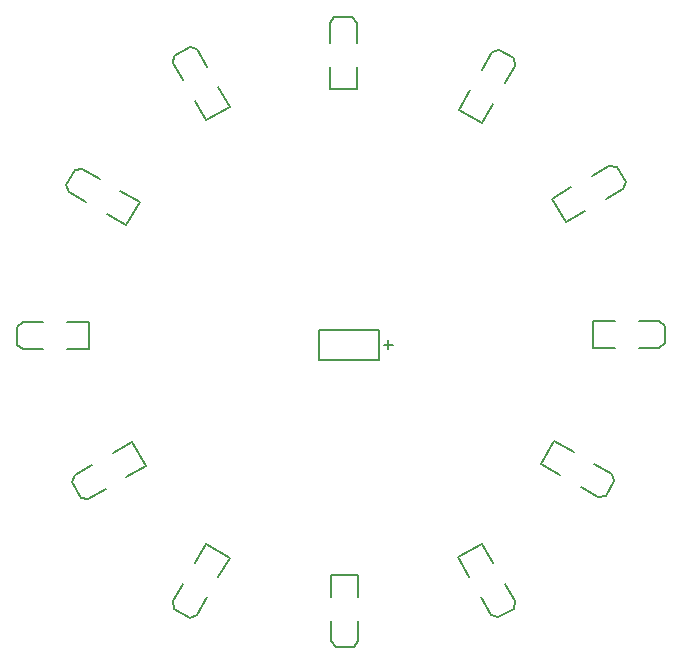
<source format=gbr>
%TF.GenerationSoftware,Altium Limited,Altium Designer,19.0.15 (446)*%
G04 Layer_Color=65535*
%FSLAX45Y45*%
%MOMM*%
%TF.FileFunction,Legend,Top*%
%TF.Part,Single*%
G01*
G75*
%TA.AperFunction,NonConductor*%
%ADD25C,0.20000*%
%ADD26C,0.15000*%
D25*
X6102706Y9167927D02*
X6187709Y9020703D01*
X6242253Y9306230D02*
X6301892Y9282928D01*
X6102706Y9167927D02*
X6112347Y9231229D01*
X6301892Y9282928D02*
X6386891Y9135704D01*
X6112347Y9231229D02*
X6242253Y9306230D01*
X6382705Y8682954D02*
X6581892Y8797950D01*
X6287709Y8847496D02*
X6382705Y8682954D01*
X6486891Y8962497D02*
X6581892Y8797950D01*
X7428799Y9335699D02*
Y9505701D01*
X7618801Y9555698D02*
X7658801Y9505701D01*
X7428799D02*
X7468799Y9555698D01*
X7658801Y9335699D02*
Y9505701D01*
X7468799Y9555698D02*
X7618801D01*
X7428799Y8945702D02*
X7658801D01*
X7428799D02*
Y9135699D01*
X7658801Y8945702D02*
Y9135699D01*
X8714806Y9111148D02*
X8799810Y9258371D01*
X8989355Y9206672D02*
X8998991Y9143375D01*
X8799810Y9258371D02*
X8859449Y9281673D01*
X8913993Y8996147D02*
X8998991Y9143375D01*
X8859449Y9281673D02*
X8989355Y9206672D01*
X8519805Y8773399D02*
X8718992Y8658398D01*
X8519805Y8773399D02*
X8614806Y8937945D01*
X8718992Y8658398D02*
X8813993Y8822944D01*
X5220472Y8074508D02*
X5367696Y7989509D01*
X5272171Y8264053D02*
X5335473Y8273694D01*
X5197170Y8134147D02*
X5220472Y8074508D01*
X5335473Y8273694D02*
X5482697Y8188691D01*
X5197170Y8134147D02*
X5272171Y8264053D01*
X5705450Y7794508D02*
X5820446Y7993695D01*
X5540903Y7889509D02*
X5705450Y7794508D01*
X5655904Y8088691D02*
X5820446Y7993695D01*
X4835398Y6742999D02*
X5005400D01*
X4785401Y6933001D02*
X4835398Y6973001D01*
X4785401Y6782999D02*
X4835398Y6742999D01*
Y6973001D02*
X5005400D01*
X4785401Y6782999D02*
Y6933001D01*
X5395402Y6742999D02*
Y6973001D01*
X5205400Y6742999D02*
X5395402D01*
X5205400Y6973001D02*
X5395402D01*
X9649450Y8215493D02*
X9796673Y8300491D01*
X9911674Y8101305D02*
X9934971Y8160949D01*
X9796673Y8300491D02*
X9859975Y8290850D01*
X9764446Y8016306D02*
X9911674Y8101305D01*
X9859975Y8290850D02*
X9934971Y8160949D01*
X9311696Y8020492D02*
X9426697Y7821305D01*
X9311696Y8020492D02*
X9476242Y8115493D01*
X9426697Y7821305D02*
X9591243Y7916306D01*
X5385430Y5479009D02*
X5532653Y5564007D01*
X5247127Y5618551D02*
X5270429Y5678195D01*
X5322128Y5488650D02*
X5385430Y5479009D01*
X5270429Y5678195D02*
X5417652Y5763194D01*
X5247127Y5618551D02*
X5322128Y5488650D01*
X5755401Y5958195D02*
X5870402Y5759008D01*
X5705856Y5664007D02*
X5870402Y5759008D01*
X5590855Y5863194D02*
X5755401Y5958195D01*
X10046899Y6985701D02*
X10216901D01*
Y6755699D02*
X10266898Y6795699D01*
X10216901Y6985701D02*
X10266898Y6945701D01*
X10046899Y6755699D02*
X10216901D01*
X10266898Y6795699D02*
Y6945701D01*
X9656902Y6755699D02*
Y6985701D01*
X9846899D01*
X9656902Y6755699D02*
X9846899D01*
X6301892Y4496572D02*
X6386891Y4643796D01*
X6102706Y4611573D02*
X6112347Y4548271D01*
X6242253Y4473270D02*
X6301892Y4496572D01*
X6102706Y4611573D02*
X6187709Y4758797D01*
X6112347Y4548271D02*
X6242253Y4473270D01*
X6382705Y5096546D02*
X6581892Y4981550D01*
X6486891Y4817003D02*
X6581892Y4981550D01*
X6287709Y4932004D02*
X6382705Y5096546D01*
X9669948Y5775894D02*
X9817171Y5690895D01*
X9702175Y5491709D02*
X9765472Y5501350D01*
X9817171Y5690895D02*
X9840473Y5631251D01*
X9554947Y5576707D02*
X9702175Y5491709D01*
X9765472Y5501350D02*
X9840473Y5631251D01*
X9217198Y5771708D02*
X9332199Y5970895D01*
X9496745Y5875894D01*
X9217198Y5771708D02*
X9381744Y5676707D01*
X7671501Y4273799D02*
Y4443801D01*
X7441499Y4273799D02*
X7481499Y4223802D01*
X7631501D02*
X7671501Y4273799D01*
X7441499D02*
Y4443801D01*
X7481499Y4223802D02*
X7631501D01*
X7441499Y4833798D02*
X7671501D01*
Y4643801D02*
Y4833798D01*
X7441499Y4643801D02*
Y4833798D01*
X8911194Y4759645D02*
X8996193Y4612416D01*
X8797006Y4497421D02*
X8856650Y4474119D01*
X8986550Y4549120D02*
X8996193Y4612416D01*
X8712007Y4644644D02*
X8797006Y4497421D01*
X8856650Y4474119D02*
X8986550Y4549120D01*
X8517006Y4982393D02*
X8716193Y5097394D01*
X8811194Y4932848D01*
X8517006Y4982393D02*
X8612007Y4817847D01*
X7340600Y6654800D02*
X7848600D01*
Y6908800D01*
X7340600D02*
X7848600D01*
X7340600Y6654800D02*
Y6908800D01*
D26*
X7961600Y6782018D02*
X7884958D01*
X7923279Y6743697D02*
Y6820339D01*
%TF.MD5,9cf404312ae4c975e5acb2ae19dd4c9c*%
M02*

</source>
